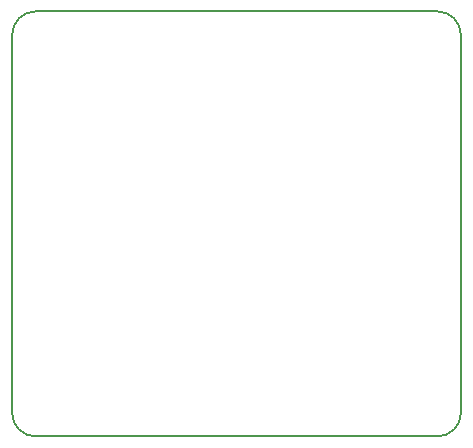
<source format=gbr>
G04 DipTrace 4.3.0.3*
G04 GKO.gbr*
%MOMM*%
G04 #@! TF.FileFunction,Profile*
G04 #@! TF.Part,Single*
%ADD12C,0.14*%
%FSLAX35Y35*%
G04*
G71*
G90*
G75*
G01*
G04 BoardOutline*
%LPD*%
X1200000Y4600000D2*
D12*
X4600000D1*
G02X4800000Y4400000I-5J-200005D01*
G01*
Y1200000D1*
G02X4600000Y1000000I-200005J5D01*
G01*
X1200000D1*
G02X1000000Y1200000I5J200005D01*
G01*
Y4400000D1*
G02X1200000Y4600000I200005J-5D01*
G01*
M02*

</source>
